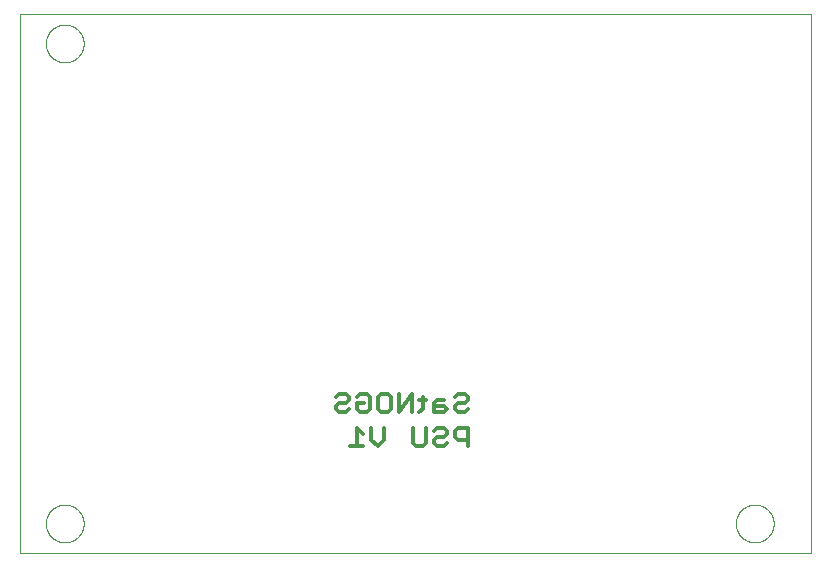
<source format=gbo>
G75*
%MOIN*%
%OFA0B0*%
%FSLAX25Y25*%
%IPPOS*%
%LPD*%
%AMOC8*
5,1,8,0,0,1.08239X$1,22.5*
%
%ADD10C,0.00000*%
%ADD11C,0.01400*%
D10*
X0005833Y0002600D02*
X0005833Y0182561D01*
X0269534Y0182561D01*
X0269534Y0002600D01*
X0005833Y0002600D01*
X0014534Y0012600D02*
X0014536Y0012758D01*
X0014542Y0012916D01*
X0014552Y0013074D01*
X0014566Y0013232D01*
X0014584Y0013389D01*
X0014605Y0013546D01*
X0014631Y0013702D01*
X0014661Y0013858D01*
X0014694Y0014013D01*
X0014732Y0014166D01*
X0014773Y0014319D01*
X0014818Y0014471D01*
X0014867Y0014622D01*
X0014920Y0014771D01*
X0014976Y0014919D01*
X0015036Y0015065D01*
X0015100Y0015210D01*
X0015168Y0015353D01*
X0015239Y0015495D01*
X0015313Y0015635D01*
X0015391Y0015772D01*
X0015473Y0015908D01*
X0015557Y0016042D01*
X0015646Y0016173D01*
X0015737Y0016302D01*
X0015832Y0016429D01*
X0015929Y0016554D01*
X0016030Y0016676D01*
X0016134Y0016795D01*
X0016241Y0016912D01*
X0016351Y0017026D01*
X0016464Y0017137D01*
X0016579Y0017246D01*
X0016697Y0017351D01*
X0016818Y0017453D01*
X0016941Y0017553D01*
X0017067Y0017649D01*
X0017195Y0017742D01*
X0017325Y0017832D01*
X0017458Y0017918D01*
X0017593Y0018002D01*
X0017729Y0018081D01*
X0017868Y0018158D01*
X0018009Y0018230D01*
X0018151Y0018300D01*
X0018295Y0018365D01*
X0018441Y0018427D01*
X0018588Y0018485D01*
X0018737Y0018540D01*
X0018887Y0018591D01*
X0019038Y0018638D01*
X0019190Y0018681D01*
X0019343Y0018720D01*
X0019498Y0018756D01*
X0019653Y0018787D01*
X0019809Y0018815D01*
X0019965Y0018839D01*
X0020122Y0018859D01*
X0020280Y0018875D01*
X0020437Y0018887D01*
X0020596Y0018895D01*
X0020754Y0018899D01*
X0020912Y0018899D01*
X0021070Y0018895D01*
X0021229Y0018887D01*
X0021386Y0018875D01*
X0021544Y0018859D01*
X0021701Y0018839D01*
X0021857Y0018815D01*
X0022013Y0018787D01*
X0022168Y0018756D01*
X0022323Y0018720D01*
X0022476Y0018681D01*
X0022628Y0018638D01*
X0022779Y0018591D01*
X0022929Y0018540D01*
X0023078Y0018485D01*
X0023225Y0018427D01*
X0023371Y0018365D01*
X0023515Y0018300D01*
X0023657Y0018230D01*
X0023798Y0018158D01*
X0023937Y0018081D01*
X0024073Y0018002D01*
X0024208Y0017918D01*
X0024341Y0017832D01*
X0024471Y0017742D01*
X0024599Y0017649D01*
X0024725Y0017553D01*
X0024848Y0017453D01*
X0024969Y0017351D01*
X0025087Y0017246D01*
X0025202Y0017137D01*
X0025315Y0017026D01*
X0025425Y0016912D01*
X0025532Y0016795D01*
X0025636Y0016676D01*
X0025737Y0016554D01*
X0025834Y0016429D01*
X0025929Y0016302D01*
X0026020Y0016173D01*
X0026109Y0016042D01*
X0026193Y0015908D01*
X0026275Y0015772D01*
X0026353Y0015635D01*
X0026427Y0015495D01*
X0026498Y0015353D01*
X0026566Y0015210D01*
X0026630Y0015065D01*
X0026690Y0014919D01*
X0026746Y0014771D01*
X0026799Y0014622D01*
X0026848Y0014471D01*
X0026893Y0014319D01*
X0026934Y0014166D01*
X0026972Y0014013D01*
X0027005Y0013858D01*
X0027035Y0013702D01*
X0027061Y0013546D01*
X0027082Y0013389D01*
X0027100Y0013232D01*
X0027114Y0013074D01*
X0027124Y0012916D01*
X0027130Y0012758D01*
X0027132Y0012600D01*
X0027130Y0012442D01*
X0027124Y0012284D01*
X0027114Y0012126D01*
X0027100Y0011968D01*
X0027082Y0011811D01*
X0027061Y0011654D01*
X0027035Y0011498D01*
X0027005Y0011342D01*
X0026972Y0011187D01*
X0026934Y0011034D01*
X0026893Y0010881D01*
X0026848Y0010729D01*
X0026799Y0010578D01*
X0026746Y0010429D01*
X0026690Y0010281D01*
X0026630Y0010135D01*
X0026566Y0009990D01*
X0026498Y0009847D01*
X0026427Y0009705D01*
X0026353Y0009565D01*
X0026275Y0009428D01*
X0026193Y0009292D01*
X0026109Y0009158D01*
X0026020Y0009027D01*
X0025929Y0008898D01*
X0025834Y0008771D01*
X0025737Y0008646D01*
X0025636Y0008524D01*
X0025532Y0008405D01*
X0025425Y0008288D01*
X0025315Y0008174D01*
X0025202Y0008063D01*
X0025087Y0007954D01*
X0024969Y0007849D01*
X0024848Y0007747D01*
X0024725Y0007647D01*
X0024599Y0007551D01*
X0024471Y0007458D01*
X0024341Y0007368D01*
X0024208Y0007282D01*
X0024073Y0007198D01*
X0023937Y0007119D01*
X0023798Y0007042D01*
X0023657Y0006970D01*
X0023515Y0006900D01*
X0023371Y0006835D01*
X0023225Y0006773D01*
X0023078Y0006715D01*
X0022929Y0006660D01*
X0022779Y0006609D01*
X0022628Y0006562D01*
X0022476Y0006519D01*
X0022323Y0006480D01*
X0022168Y0006444D01*
X0022013Y0006413D01*
X0021857Y0006385D01*
X0021701Y0006361D01*
X0021544Y0006341D01*
X0021386Y0006325D01*
X0021229Y0006313D01*
X0021070Y0006305D01*
X0020912Y0006301D01*
X0020754Y0006301D01*
X0020596Y0006305D01*
X0020437Y0006313D01*
X0020280Y0006325D01*
X0020122Y0006341D01*
X0019965Y0006361D01*
X0019809Y0006385D01*
X0019653Y0006413D01*
X0019498Y0006444D01*
X0019343Y0006480D01*
X0019190Y0006519D01*
X0019038Y0006562D01*
X0018887Y0006609D01*
X0018737Y0006660D01*
X0018588Y0006715D01*
X0018441Y0006773D01*
X0018295Y0006835D01*
X0018151Y0006900D01*
X0018009Y0006970D01*
X0017868Y0007042D01*
X0017729Y0007119D01*
X0017593Y0007198D01*
X0017458Y0007282D01*
X0017325Y0007368D01*
X0017195Y0007458D01*
X0017067Y0007551D01*
X0016941Y0007647D01*
X0016818Y0007747D01*
X0016697Y0007849D01*
X0016579Y0007954D01*
X0016464Y0008063D01*
X0016351Y0008174D01*
X0016241Y0008288D01*
X0016134Y0008405D01*
X0016030Y0008524D01*
X0015929Y0008646D01*
X0015832Y0008771D01*
X0015737Y0008898D01*
X0015646Y0009027D01*
X0015557Y0009158D01*
X0015473Y0009292D01*
X0015391Y0009428D01*
X0015313Y0009565D01*
X0015239Y0009705D01*
X0015168Y0009847D01*
X0015100Y0009990D01*
X0015036Y0010135D01*
X0014976Y0010281D01*
X0014920Y0010429D01*
X0014867Y0010578D01*
X0014818Y0010729D01*
X0014773Y0010881D01*
X0014732Y0011034D01*
X0014694Y0011187D01*
X0014661Y0011342D01*
X0014631Y0011498D01*
X0014605Y0011654D01*
X0014584Y0011811D01*
X0014566Y0011968D01*
X0014552Y0012126D01*
X0014542Y0012284D01*
X0014536Y0012442D01*
X0014534Y0012600D01*
X0244534Y0012600D02*
X0244536Y0012758D01*
X0244542Y0012916D01*
X0244552Y0013074D01*
X0244566Y0013232D01*
X0244584Y0013389D01*
X0244605Y0013546D01*
X0244631Y0013702D01*
X0244661Y0013858D01*
X0244694Y0014013D01*
X0244732Y0014166D01*
X0244773Y0014319D01*
X0244818Y0014471D01*
X0244867Y0014622D01*
X0244920Y0014771D01*
X0244976Y0014919D01*
X0245036Y0015065D01*
X0245100Y0015210D01*
X0245168Y0015353D01*
X0245239Y0015495D01*
X0245313Y0015635D01*
X0245391Y0015772D01*
X0245473Y0015908D01*
X0245557Y0016042D01*
X0245646Y0016173D01*
X0245737Y0016302D01*
X0245832Y0016429D01*
X0245929Y0016554D01*
X0246030Y0016676D01*
X0246134Y0016795D01*
X0246241Y0016912D01*
X0246351Y0017026D01*
X0246464Y0017137D01*
X0246579Y0017246D01*
X0246697Y0017351D01*
X0246818Y0017453D01*
X0246941Y0017553D01*
X0247067Y0017649D01*
X0247195Y0017742D01*
X0247325Y0017832D01*
X0247458Y0017918D01*
X0247593Y0018002D01*
X0247729Y0018081D01*
X0247868Y0018158D01*
X0248009Y0018230D01*
X0248151Y0018300D01*
X0248295Y0018365D01*
X0248441Y0018427D01*
X0248588Y0018485D01*
X0248737Y0018540D01*
X0248887Y0018591D01*
X0249038Y0018638D01*
X0249190Y0018681D01*
X0249343Y0018720D01*
X0249498Y0018756D01*
X0249653Y0018787D01*
X0249809Y0018815D01*
X0249965Y0018839D01*
X0250122Y0018859D01*
X0250280Y0018875D01*
X0250437Y0018887D01*
X0250596Y0018895D01*
X0250754Y0018899D01*
X0250912Y0018899D01*
X0251070Y0018895D01*
X0251229Y0018887D01*
X0251386Y0018875D01*
X0251544Y0018859D01*
X0251701Y0018839D01*
X0251857Y0018815D01*
X0252013Y0018787D01*
X0252168Y0018756D01*
X0252323Y0018720D01*
X0252476Y0018681D01*
X0252628Y0018638D01*
X0252779Y0018591D01*
X0252929Y0018540D01*
X0253078Y0018485D01*
X0253225Y0018427D01*
X0253371Y0018365D01*
X0253515Y0018300D01*
X0253657Y0018230D01*
X0253798Y0018158D01*
X0253937Y0018081D01*
X0254073Y0018002D01*
X0254208Y0017918D01*
X0254341Y0017832D01*
X0254471Y0017742D01*
X0254599Y0017649D01*
X0254725Y0017553D01*
X0254848Y0017453D01*
X0254969Y0017351D01*
X0255087Y0017246D01*
X0255202Y0017137D01*
X0255315Y0017026D01*
X0255425Y0016912D01*
X0255532Y0016795D01*
X0255636Y0016676D01*
X0255737Y0016554D01*
X0255834Y0016429D01*
X0255929Y0016302D01*
X0256020Y0016173D01*
X0256109Y0016042D01*
X0256193Y0015908D01*
X0256275Y0015772D01*
X0256353Y0015635D01*
X0256427Y0015495D01*
X0256498Y0015353D01*
X0256566Y0015210D01*
X0256630Y0015065D01*
X0256690Y0014919D01*
X0256746Y0014771D01*
X0256799Y0014622D01*
X0256848Y0014471D01*
X0256893Y0014319D01*
X0256934Y0014166D01*
X0256972Y0014013D01*
X0257005Y0013858D01*
X0257035Y0013702D01*
X0257061Y0013546D01*
X0257082Y0013389D01*
X0257100Y0013232D01*
X0257114Y0013074D01*
X0257124Y0012916D01*
X0257130Y0012758D01*
X0257132Y0012600D01*
X0257130Y0012442D01*
X0257124Y0012284D01*
X0257114Y0012126D01*
X0257100Y0011968D01*
X0257082Y0011811D01*
X0257061Y0011654D01*
X0257035Y0011498D01*
X0257005Y0011342D01*
X0256972Y0011187D01*
X0256934Y0011034D01*
X0256893Y0010881D01*
X0256848Y0010729D01*
X0256799Y0010578D01*
X0256746Y0010429D01*
X0256690Y0010281D01*
X0256630Y0010135D01*
X0256566Y0009990D01*
X0256498Y0009847D01*
X0256427Y0009705D01*
X0256353Y0009565D01*
X0256275Y0009428D01*
X0256193Y0009292D01*
X0256109Y0009158D01*
X0256020Y0009027D01*
X0255929Y0008898D01*
X0255834Y0008771D01*
X0255737Y0008646D01*
X0255636Y0008524D01*
X0255532Y0008405D01*
X0255425Y0008288D01*
X0255315Y0008174D01*
X0255202Y0008063D01*
X0255087Y0007954D01*
X0254969Y0007849D01*
X0254848Y0007747D01*
X0254725Y0007647D01*
X0254599Y0007551D01*
X0254471Y0007458D01*
X0254341Y0007368D01*
X0254208Y0007282D01*
X0254073Y0007198D01*
X0253937Y0007119D01*
X0253798Y0007042D01*
X0253657Y0006970D01*
X0253515Y0006900D01*
X0253371Y0006835D01*
X0253225Y0006773D01*
X0253078Y0006715D01*
X0252929Y0006660D01*
X0252779Y0006609D01*
X0252628Y0006562D01*
X0252476Y0006519D01*
X0252323Y0006480D01*
X0252168Y0006444D01*
X0252013Y0006413D01*
X0251857Y0006385D01*
X0251701Y0006361D01*
X0251544Y0006341D01*
X0251386Y0006325D01*
X0251229Y0006313D01*
X0251070Y0006305D01*
X0250912Y0006301D01*
X0250754Y0006301D01*
X0250596Y0006305D01*
X0250437Y0006313D01*
X0250280Y0006325D01*
X0250122Y0006341D01*
X0249965Y0006361D01*
X0249809Y0006385D01*
X0249653Y0006413D01*
X0249498Y0006444D01*
X0249343Y0006480D01*
X0249190Y0006519D01*
X0249038Y0006562D01*
X0248887Y0006609D01*
X0248737Y0006660D01*
X0248588Y0006715D01*
X0248441Y0006773D01*
X0248295Y0006835D01*
X0248151Y0006900D01*
X0248009Y0006970D01*
X0247868Y0007042D01*
X0247729Y0007119D01*
X0247593Y0007198D01*
X0247458Y0007282D01*
X0247325Y0007368D01*
X0247195Y0007458D01*
X0247067Y0007551D01*
X0246941Y0007647D01*
X0246818Y0007747D01*
X0246697Y0007849D01*
X0246579Y0007954D01*
X0246464Y0008063D01*
X0246351Y0008174D01*
X0246241Y0008288D01*
X0246134Y0008405D01*
X0246030Y0008524D01*
X0245929Y0008646D01*
X0245832Y0008771D01*
X0245737Y0008898D01*
X0245646Y0009027D01*
X0245557Y0009158D01*
X0245473Y0009292D01*
X0245391Y0009428D01*
X0245313Y0009565D01*
X0245239Y0009705D01*
X0245168Y0009847D01*
X0245100Y0009990D01*
X0245036Y0010135D01*
X0244976Y0010281D01*
X0244920Y0010429D01*
X0244867Y0010578D01*
X0244818Y0010729D01*
X0244773Y0010881D01*
X0244732Y0011034D01*
X0244694Y0011187D01*
X0244661Y0011342D01*
X0244631Y0011498D01*
X0244605Y0011654D01*
X0244584Y0011811D01*
X0244566Y0011968D01*
X0244552Y0012126D01*
X0244542Y0012284D01*
X0244536Y0012442D01*
X0244534Y0012600D01*
X0014534Y0172600D02*
X0014536Y0172758D01*
X0014542Y0172916D01*
X0014552Y0173074D01*
X0014566Y0173232D01*
X0014584Y0173389D01*
X0014605Y0173546D01*
X0014631Y0173702D01*
X0014661Y0173858D01*
X0014694Y0174013D01*
X0014732Y0174166D01*
X0014773Y0174319D01*
X0014818Y0174471D01*
X0014867Y0174622D01*
X0014920Y0174771D01*
X0014976Y0174919D01*
X0015036Y0175065D01*
X0015100Y0175210D01*
X0015168Y0175353D01*
X0015239Y0175495D01*
X0015313Y0175635D01*
X0015391Y0175772D01*
X0015473Y0175908D01*
X0015557Y0176042D01*
X0015646Y0176173D01*
X0015737Y0176302D01*
X0015832Y0176429D01*
X0015929Y0176554D01*
X0016030Y0176676D01*
X0016134Y0176795D01*
X0016241Y0176912D01*
X0016351Y0177026D01*
X0016464Y0177137D01*
X0016579Y0177246D01*
X0016697Y0177351D01*
X0016818Y0177453D01*
X0016941Y0177553D01*
X0017067Y0177649D01*
X0017195Y0177742D01*
X0017325Y0177832D01*
X0017458Y0177918D01*
X0017593Y0178002D01*
X0017729Y0178081D01*
X0017868Y0178158D01*
X0018009Y0178230D01*
X0018151Y0178300D01*
X0018295Y0178365D01*
X0018441Y0178427D01*
X0018588Y0178485D01*
X0018737Y0178540D01*
X0018887Y0178591D01*
X0019038Y0178638D01*
X0019190Y0178681D01*
X0019343Y0178720D01*
X0019498Y0178756D01*
X0019653Y0178787D01*
X0019809Y0178815D01*
X0019965Y0178839D01*
X0020122Y0178859D01*
X0020280Y0178875D01*
X0020437Y0178887D01*
X0020596Y0178895D01*
X0020754Y0178899D01*
X0020912Y0178899D01*
X0021070Y0178895D01*
X0021229Y0178887D01*
X0021386Y0178875D01*
X0021544Y0178859D01*
X0021701Y0178839D01*
X0021857Y0178815D01*
X0022013Y0178787D01*
X0022168Y0178756D01*
X0022323Y0178720D01*
X0022476Y0178681D01*
X0022628Y0178638D01*
X0022779Y0178591D01*
X0022929Y0178540D01*
X0023078Y0178485D01*
X0023225Y0178427D01*
X0023371Y0178365D01*
X0023515Y0178300D01*
X0023657Y0178230D01*
X0023798Y0178158D01*
X0023937Y0178081D01*
X0024073Y0178002D01*
X0024208Y0177918D01*
X0024341Y0177832D01*
X0024471Y0177742D01*
X0024599Y0177649D01*
X0024725Y0177553D01*
X0024848Y0177453D01*
X0024969Y0177351D01*
X0025087Y0177246D01*
X0025202Y0177137D01*
X0025315Y0177026D01*
X0025425Y0176912D01*
X0025532Y0176795D01*
X0025636Y0176676D01*
X0025737Y0176554D01*
X0025834Y0176429D01*
X0025929Y0176302D01*
X0026020Y0176173D01*
X0026109Y0176042D01*
X0026193Y0175908D01*
X0026275Y0175772D01*
X0026353Y0175635D01*
X0026427Y0175495D01*
X0026498Y0175353D01*
X0026566Y0175210D01*
X0026630Y0175065D01*
X0026690Y0174919D01*
X0026746Y0174771D01*
X0026799Y0174622D01*
X0026848Y0174471D01*
X0026893Y0174319D01*
X0026934Y0174166D01*
X0026972Y0174013D01*
X0027005Y0173858D01*
X0027035Y0173702D01*
X0027061Y0173546D01*
X0027082Y0173389D01*
X0027100Y0173232D01*
X0027114Y0173074D01*
X0027124Y0172916D01*
X0027130Y0172758D01*
X0027132Y0172600D01*
X0027130Y0172442D01*
X0027124Y0172284D01*
X0027114Y0172126D01*
X0027100Y0171968D01*
X0027082Y0171811D01*
X0027061Y0171654D01*
X0027035Y0171498D01*
X0027005Y0171342D01*
X0026972Y0171187D01*
X0026934Y0171034D01*
X0026893Y0170881D01*
X0026848Y0170729D01*
X0026799Y0170578D01*
X0026746Y0170429D01*
X0026690Y0170281D01*
X0026630Y0170135D01*
X0026566Y0169990D01*
X0026498Y0169847D01*
X0026427Y0169705D01*
X0026353Y0169565D01*
X0026275Y0169428D01*
X0026193Y0169292D01*
X0026109Y0169158D01*
X0026020Y0169027D01*
X0025929Y0168898D01*
X0025834Y0168771D01*
X0025737Y0168646D01*
X0025636Y0168524D01*
X0025532Y0168405D01*
X0025425Y0168288D01*
X0025315Y0168174D01*
X0025202Y0168063D01*
X0025087Y0167954D01*
X0024969Y0167849D01*
X0024848Y0167747D01*
X0024725Y0167647D01*
X0024599Y0167551D01*
X0024471Y0167458D01*
X0024341Y0167368D01*
X0024208Y0167282D01*
X0024073Y0167198D01*
X0023937Y0167119D01*
X0023798Y0167042D01*
X0023657Y0166970D01*
X0023515Y0166900D01*
X0023371Y0166835D01*
X0023225Y0166773D01*
X0023078Y0166715D01*
X0022929Y0166660D01*
X0022779Y0166609D01*
X0022628Y0166562D01*
X0022476Y0166519D01*
X0022323Y0166480D01*
X0022168Y0166444D01*
X0022013Y0166413D01*
X0021857Y0166385D01*
X0021701Y0166361D01*
X0021544Y0166341D01*
X0021386Y0166325D01*
X0021229Y0166313D01*
X0021070Y0166305D01*
X0020912Y0166301D01*
X0020754Y0166301D01*
X0020596Y0166305D01*
X0020437Y0166313D01*
X0020280Y0166325D01*
X0020122Y0166341D01*
X0019965Y0166361D01*
X0019809Y0166385D01*
X0019653Y0166413D01*
X0019498Y0166444D01*
X0019343Y0166480D01*
X0019190Y0166519D01*
X0019038Y0166562D01*
X0018887Y0166609D01*
X0018737Y0166660D01*
X0018588Y0166715D01*
X0018441Y0166773D01*
X0018295Y0166835D01*
X0018151Y0166900D01*
X0018009Y0166970D01*
X0017868Y0167042D01*
X0017729Y0167119D01*
X0017593Y0167198D01*
X0017458Y0167282D01*
X0017325Y0167368D01*
X0017195Y0167458D01*
X0017067Y0167551D01*
X0016941Y0167647D01*
X0016818Y0167747D01*
X0016697Y0167849D01*
X0016579Y0167954D01*
X0016464Y0168063D01*
X0016351Y0168174D01*
X0016241Y0168288D01*
X0016134Y0168405D01*
X0016030Y0168524D01*
X0015929Y0168646D01*
X0015832Y0168771D01*
X0015737Y0168898D01*
X0015646Y0169027D01*
X0015557Y0169158D01*
X0015473Y0169292D01*
X0015391Y0169428D01*
X0015313Y0169565D01*
X0015239Y0169705D01*
X0015168Y0169847D01*
X0015100Y0169990D01*
X0015036Y0170135D01*
X0014976Y0170281D01*
X0014920Y0170429D01*
X0014867Y0170578D01*
X0014818Y0170729D01*
X0014773Y0170881D01*
X0014732Y0171034D01*
X0014694Y0171187D01*
X0014661Y0171342D01*
X0014631Y0171498D01*
X0014605Y0171654D01*
X0014584Y0171811D01*
X0014566Y0171968D01*
X0014552Y0172126D01*
X0014542Y0172284D01*
X0014536Y0172442D01*
X0014534Y0172600D01*
D11*
X0112376Y0055905D02*
X0114444Y0055905D01*
X0115478Y0054871D01*
X0115478Y0053837D01*
X0114444Y0052803D01*
X0112376Y0052803D01*
X0111341Y0051768D01*
X0111341Y0050734D01*
X0112376Y0049700D01*
X0114444Y0049700D01*
X0115478Y0050734D01*
X0118339Y0050734D02*
X0119373Y0049700D01*
X0121442Y0049700D01*
X0122476Y0050734D01*
X0122476Y0054871D01*
X0121442Y0055905D01*
X0119373Y0055905D01*
X0118339Y0054871D01*
X0118339Y0052803D02*
X0120408Y0052803D01*
X0118339Y0052803D02*
X0118339Y0050734D01*
X0125337Y0050734D02*
X0125337Y0054871D01*
X0126371Y0055905D01*
X0128440Y0055905D01*
X0129474Y0054871D01*
X0129474Y0050734D01*
X0128440Y0049700D01*
X0126371Y0049700D01*
X0125337Y0050734D01*
X0127141Y0044505D02*
X0127141Y0040368D01*
X0125073Y0038300D01*
X0123005Y0040368D01*
X0123005Y0044505D01*
X0120143Y0042437D02*
X0118075Y0044505D01*
X0118075Y0038300D01*
X0120143Y0038300D02*
X0116007Y0038300D01*
X0132335Y0049700D02*
X0132335Y0055905D01*
X0136472Y0055905D02*
X0132335Y0049700D01*
X0136472Y0049700D02*
X0136472Y0055905D01*
X0139069Y0053837D02*
X0141137Y0053837D01*
X0140103Y0054871D02*
X0140103Y0050734D01*
X0139069Y0049700D01*
X0143998Y0049700D02*
X0143998Y0052803D01*
X0145033Y0053837D01*
X0147101Y0053837D01*
X0147101Y0051768D02*
X0143998Y0051768D01*
X0143998Y0049700D02*
X0147101Y0049700D01*
X0148135Y0050734D01*
X0147101Y0051768D01*
X0150996Y0051768D02*
X0150996Y0050734D01*
X0152031Y0049700D01*
X0154099Y0049700D01*
X0155133Y0050734D01*
X0154099Y0052803D02*
X0152031Y0052803D01*
X0150996Y0051768D01*
X0154099Y0052803D02*
X0155133Y0053837D01*
X0155133Y0054871D01*
X0154099Y0055905D01*
X0152031Y0055905D01*
X0150996Y0054871D01*
X0152031Y0044505D02*
X0150996Y0043471D01*
X0150996Y0041403D01*
X0152031Y0040368D01*
X0155133Y0040368D01*
X0155133Y0038300D02*
X0155133Y0044505D01*
X0152031Y0044505D01*
X0148135Y0043471D02*
X0148135Y0042437D01*
X0147101Y0041403D01*
X0145033Y0041403D01*
X0143998Y0040368D01*
X0143998Y0039334D01*
X0145033Y0038300D01*
X0147101Y0038300D01*
X0148135Y0039334D01*
X0148135Y0043471D02*
X0147101Y0044505D01*
X0145033Y0044505D01*
X0143998Y0043471D01*
X0141137Y0044505D02*
X0141137Y0039334D01*
X0140103Y0038300D01*
X0138035Y0038300D01*
X0137001Y0039334D01*
X0137001Y0044505D01*
X0112376Y0055905D02*
X0111341Y0054871D01*
M02*

</source>
